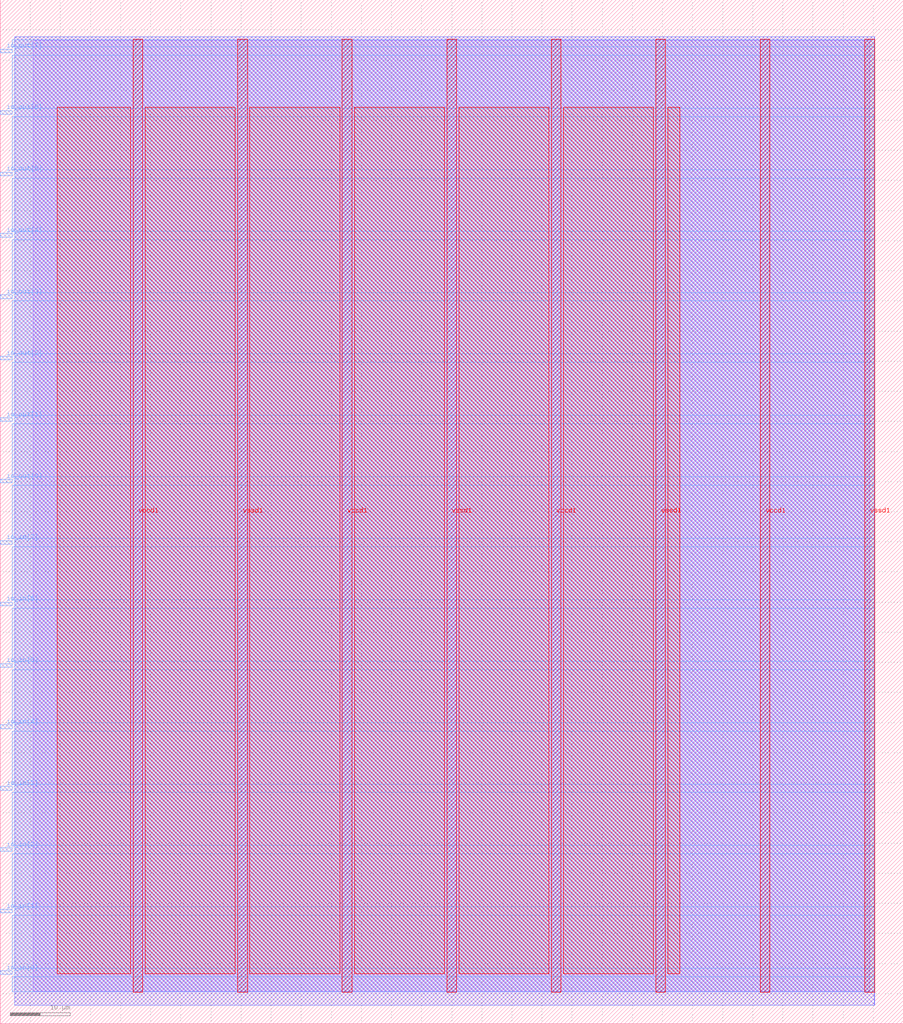
<source format=lef>
VERSION 5.7 ;
  NOWIREEXTENSIONATPIN ON ;
  DIVIDERCHAR "/" ;
  BUSBITCHARS "[]" ;
MACRO aidan_mcnay_PrimeDetector
  CLASS BLOCK ;
  FOREIGN aidan_mcnay_PrimeDetector ;
  ORIGIN 0.000 0.000 ;
  SIZE 150.000 BY 170.000 ;
  PIN io_in[0]
    DIRECTION INPUT ;
    USE SIGNAL ;
    PORT
      LAYER met3 ;
        RECT 0.000 8.200 2.000 8.800 ;
    END
  END io_in[0]
  PIN io_in[1]
    DIRECTION INPUT ;
    USE SIGNAL ;
    PORT
      LAYER met3 ;
        RECT 0.000 18.400 2.000 19.000 ;
    END
  END io_in[1]
  PIN io_in[2]
    DIRECTION INPUT ;
    USE SIGNAL ;
    PORT
      LAYER met3 ;
        RECT 0.000 28.600 2.000 29.200 ;
    END
  END io_in[2]
  PIN io_in[3]
    DIRECTION INPUT ;
    USE SIGNAL ;
    PORT
      LAYER met3 ;
        RECT 0.000 38.800 2.000 39.400 ;
    END
  END io_in[3]
  PIN io_in[4]
    DIRECTION INPUT ;
    USE SIGNAL ;
    PORT
      LAYER met3 ;
        RECT 0.000 49.000 2.000 49.600 ;
    END
  END io_in[4]
  PIN io_in[5]
    DIRECTION INPUT ;
    USE SIGNAL ;
    PORT
      LAYER met3 ;
        RECT 0.000 59.200 2.000 59.800 ;
    END
  END io_in[5]
  PIN io_in[6]
    DIRECTION INPUT ;
    USE SIGNAL ;
    PORT
      LAYER met3 ;
        RECT 0.000 69.400 2.000 70.000 ;
    END
  END io_in[6]
  PIN io_in[7]
    DIRECTION INPUT ;
    USE SIGNAL ;
    PORT
      LAYER met3 ;
        RECT 0.000 79.600 2.000 80.200 ;
    END
  END io_in[7]
  PIN io_out[0]
    DIRECTION OUTPUT TRISTATE ;
    USE SIGNAL ;
    PORT
      LAYER met3 ;
        RECT 0.000 89.800 2.000 90.400 ;
    END
  END io_out[0]
  PIN io_out[1]
    DIRECTION OUTPUT TRISTATE ;
    USE SIGNAL ;
    PORT
      LAYER met3 ;
        RECT 0.000 100.000 2.000 100.600 ;
    END
  END io_out[1]
  PIN io_out[2]
    DIRECTION OUTPUT TRISTATE ;
    USE SIGNAL ;
    PORT
      LAYER met3 ;
        RECT 0.000 110.200 2.000 110.800 ;
    END
  END io_out[2]
  PIN io_out[3]
    DIRECTION OUTPUT TRISTATE ;
    USE SIGNAL ;
    PORT
      LAYER met3 ;
        RECT 0.000 120.400 2.000 121.000 ;
    END
  END io_out[3]
  PIN io_out[4]
    DIRECTION OUTPUT TRISTATE ;
    USE SIGNAL ;
    PORT
      LAYER met3 ;
        RECT 0.000 130.600 2.000 131.200 ;
    END
  END io_out[4]
  PIN io_out[5]
    DIRECTION OUTPUT TRISTATE ;
    USE SIGNAL ;
    PORT
      LAYER met3 ;
        RECT 0.000 140.800 2.000 141.400 ;
    END
  END io_out[5]
  PIN io_out[6]
    DIRECTION OUTPUT TRISTATE ;
    USE SIGNAL ;
    PORT
      LAYER met3 ;
        RECT 0.000 151.000 2.000 151.600 ;
    END
  END io_out[6]
  PIN io_out[7]
    DIRECTION OUTPUT TRISTATE ;
    USE SIGNAL ;
    PORT
      LAYER met3 ;
        RECT 0.000 161.200 2.000 161.800 ;
    END
  END io_out[7]
  PIN vccd1
    DIRECTION INOUT ;
    USE POWER ;
    PORT
      LAYER met4 ;
        RECT 22.085 5.200 23.685 163.440 ;
    END
    PORT
      LAYER met4 ;
        RECT 56.815 5.200 58.415 163.440 ;
    END
    PORT
      LAYER met4 ;
        RECT 91.545 5.200 93.145 163.440 ;
    END
    PORT
      LAYER met4 ;
        RECT 126.275 5.200 127.875 163.440 ;
    END
  END vccd1
  PIN vssd1
    DIRECTION INOUT ;
    USE GROUND ;
    PORT
      LAYER met4 ;
        RECT 39.450 5.200 41.050 163.440 ;
    END
    PORT
      LAYER met4 ;
        RECT 74.180 5.200 75.780 163.440 ;
    END
    PORT
      LAYER met4 ;
        RECT 108.910 5.200 110.510 163.440 ;
    END
    PORT
      LAYER met4 ;
        RECT 143.640 5.200 145.240 163.440 ;
    END
  END vssd1
  OBS
      LAYER li1 ;
        RECT 5.520 5.355 144.440 163.285 ;
      LAYER met1 ;
        RECT 2.370 3.100 145.240 163.840 ;
      LAYER met2 ;
        RECT 2.390 3.070 145.210 163.870 ;
      LAYER met3 ;
        RECT 2.000 162.200 145.230 163.365 ;
        RECT 2.400 160.800 145.230 162.200 ;
        RECT 2.000 152.000 145.230 160.800 ;
        RECT 2.400 150.600 145.230 152.000 ;
        RECT 2.000 141.800 145.230 150.600 ;
        RECT 2.400 140.400 145.230 141.800 ;
        RECT 2.000 131.600 145.230 140.400 ;
        RECT 2.400 130.200 145.230 131.600 ;
        RECT 2.000 121.400 145.230 130.200 ;
        RECT 2.400 120.000 145.230 121.400 ;
        RECT 2.000 111.200 145.230 120.000 ;
        RECT 2.400 109.800 145.230 111.200 ;
        RECT 2.000 101.000 145.230 109.800 ;
        RECT 2.400 99.600 145.230 101.000 ;
        RECT 2.000 90.800 145.230 99.600 ;
        RECT 2.400 89.400 145.230 90.800 ;
        RECT 2.000 80.600 145.230 89.400 ;
        RECT 2.400 79.200 145.230 80.600 ;
        RECT 2.000 70.400 145.230 79.200 ;
        RECT 2.400 69.000 145.230 70.400 ;
        RECT 2.000 60.200 145.230 69.000 ;
        RECT 2.400 58.800 145.230 60.200 ;
        RECT 2.000 50.000 145.230 58.800 ;
        RECT 2.400 48.600 145.230 50.000 ;
        RECT 2.000 39.800 145.230 48.600 ;
        RECT 2.400 38.400 145.230 39.800 ;
        RECT 2.000 29.600 145.230 38.400 ;
        RECT 2.400 28.200 145.230 29.600 ;
        RECT 2.000 19.400 145.230 28.200 ;
        RECT 2.400 18.000 145.230 19.400 ;
        RECT 2.000 9.200 145.230 18.000 ;
        RECT 2.400 7.800 145.230 9.200 ;
        RECT 2.000 5.275 145.230 7.800 ;
      LAYER met4 ;
        RECT 9.495 8.335 21.685 152.145 ;
        RECT 24.085 8.335 39.050 152.145 ;
        RECT 41.450 8.335 56.415 152.145 ;
        RECT 58.815 8.335 73.780 152.145 ;
        RECT 76.180 8.335 91.145 152.145 ;
        RECT 93.545 8.335 108.510 152.145 ;
        RECT 110.910 8.335 112.865 152.145 ;
  END
END aidan_mcnay_PrimeDetector
END LIBRARY


</source>
